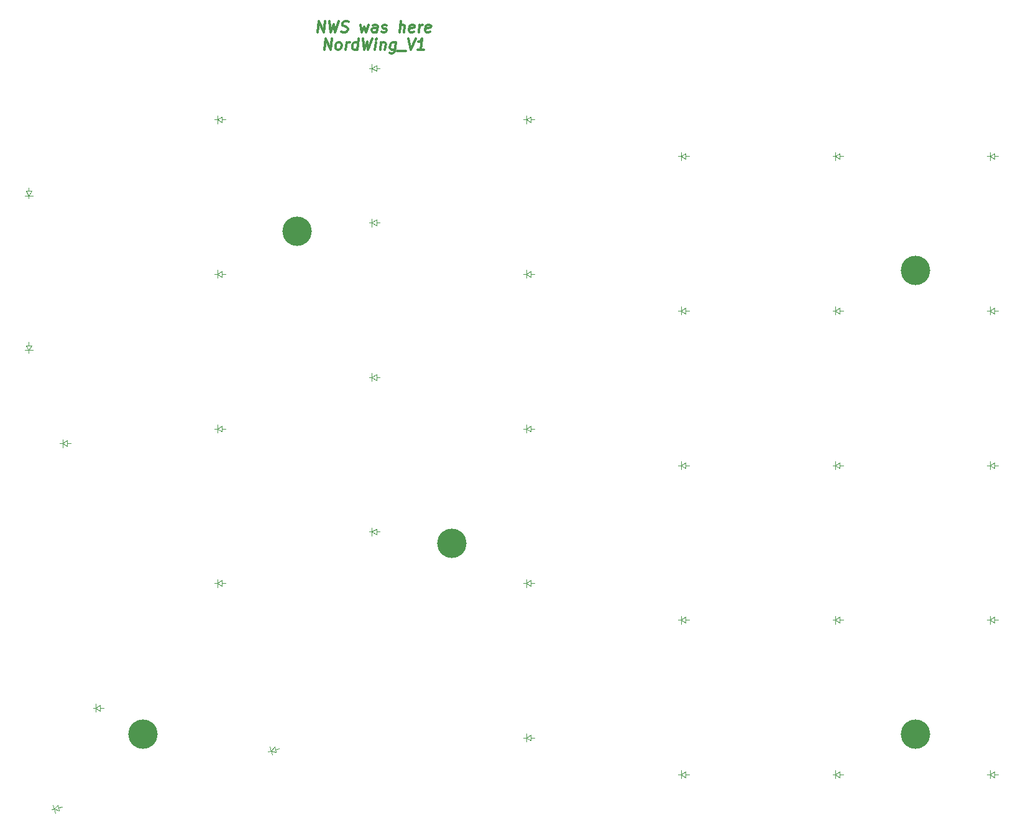
<source format=gbr>
%TF.GenerationSoftware,KiCad,Pcbnew,9.0.3-1.fc42*%
%TF.CreationDate,2025-08-09T15:11:44+02:00*%
%TF.ProjectId,right_traced,72696768-745f-4747-9261-6365642e6b69,v1.0.0*%
%TF.SameCoordinates,Original*%
%TF.FileFunction,Legend,Top*%
%TF.FilePolarity,Positive*%
%FSLAX46Y46*%
G04 Gerber Fmt 4.6, Leading zero omitted, Abs format (unit mm)*
G04 Created by KiCad (PCBNEW 9.0.3-1.fc42) date 2025-08-09 15:11:44*
%MOMM*%
%LPD*%
G01*
G04 APERTURE LIST*
%ADD10C,0.300000*%
%ADD11C,0.100000*%
%ADD12C,4.000000*%
G04 APERTURE END LIST*
D10*
X284348214Y-93885912D02*
X284535714Y-92385912D01*
X284535714Y-92385912D02*
X285205357Y-93885912D01*
X285205357Y-93885912D02*
X285392857Y-92385912D01*
X285964286Y-92385912D02*
X286133929Y-93885912D01*
X286133929Y-93885912D02*
X286553571Y-92814484D01*
X286553571Y-92814484D02*
X286705357Y-93885912D01*
X286705357Y-93885912D02*
X287250000Y-92385912D01*
X287571429Y-93814484D02*
X287776786Y-93885912D01*
X287776786Y-93885912D02*
X288133929Y-93885912D01*
X288133929Y-93885912D02*
X288285715Y-93814484D01*
X288285715Y-93814484D02*
X288366072Y-93743055D01*
X288366072Y-93743055D02*
X288455357Y-93600198D01*
X288455357Y-93600198D02*
X288473215Y-93457341D01*
X288473215Y-93457341D02*
X288419643Y-93314484D01*
X288419643Y-93314484D02*
X288357143Y-93243055D01*
X288357143Y-93243055D02*
X288223215Y-93171626D01*
X288223215Y-93171626D02*
X287946429Y-93100198D01*
X287946429Y-93100198D02*
X287812500Y-93028769D01*
X287812500Y-93028769D02*
X287750000Y-92957341D01*
X287750000Y-92957341D02*
X287696429Y-92814484D01*
X287696429Y-92814484D02*
X287714286Y-92671626D01*
X287714286Y-92671626D02*
X287803572Y-92528769D01*
X287803572Y-92528769D02*
X287883929Y-92457341D01*
X287883929Y-92457341D02*
X288035715Y-92385912D01*
X288035715Y-92385912D02*
X288392857Y-92385912D01*
X288392857Y-92385912D02*
X288598215Y-92457341D01*
X290187500Y-92885912D02*
X290348214Y-93885912D01*
X290348214Y-93885912D02*
X290723214Y-93171626D01*
X290723214Y-93171626D02*
X290919643Y-93885912D01*
X290919643Y-93885912D02*
X291330357Y-92885912D01*
X292419643Y-93885912D02*
X292517857Y-93100198D01*
X292517857Y-93100198D02*
X292464286Y-92957341D01*
X292464286Y-92957341D02*
X292330357Y-92885912D01*
X292330357Y-92885912D02*
X292044643Y-92885912D01*
X292044643Y-92885912D02*
X291892857Y-92957341D01*
X292428572Y-93814484D02*
X292276786Y-93885912D01*
X292276786Y-93885912D02*
X291919643Y-93885912D01*
X291919643Y-93885912D02*
X291785714Y-93814484D01*
X291785714Y-93814484D02*
X291732143Y-93671626D01*
X291732143Y-93671626D02*
X291750000Y-93528769D01*
X291750000Y-93528769D02*
X291839286Y-93385912D01*
X291839286Y-93385912D02*
X291991072Y-93314484D01*
X291991072Y-93314484D02*
X292348214Y-93314484D01*
X292348214Y-93314484D02*
X292500000Y-93243055D01*
X293071429Y-93814484D02*
X293205357Y-93885912D01*
X293205357Y-93885912D02*
X293491072Y-93885912D01*
X293491072Y-93885912D02*
X293642857Y-93814484D01*
X293642857Y-93814484D02*
X293732143Y-93671626D01*
X293732143Y-93671626D02*
X293741072Y-93600198D01*
X293741072Y-93600198D02*
X293687500Y-93457341D01*
X293687500Y-93457341D02*
X293553572Y-93385912D01*
X293553572Y-93385912D02*
X293339286Y-93385912D01*
X293339286Y-93385912D02*
X293205357Y-93314484D01*
X293205357Y-93314484D02*
X293151786Y-93171626D01*
X293151786Y-93171626D02*
X293160715Y-93100198D01*
X293160715Y-93100198D02*
X293250000Y-92957341D01*
X293250000Y-92957341D02*
X293401786Y-92885912D01*
X293401786Y-92885912D02*
X293616072Y-92885912D01*
X293616072Y-92885912D02*
X293750000Y-92957341D01*
X295491072Y-93885912D02*
X295678572Y-92385912D01*
X296133929Y-93885912D02*
X296232143Y-93100198D01*
X296232143Y-93100198D02*
X296178572Y-92957341D01*
X296178572Y-92957341D02*
X296044643Y-92885912D01*
X296044643Y-92885912D02*
X295830358Y-92885912D01*
X295830358Y-92885912D02*
X295678572Y-92957341D01*
X295678572Y-92957341D02*
X295598215Y-93028769D01*
X297428572Y-93814484D02*
X297276786Y-93885912D01*
X297276786Y-93885912D02*
X296991072Y-93885912D01*
X296991072Y-93885912D02*
X296857143Y-93814484D01*
X296857143Y-93814484D02*
X296803572Y-93671626D01*
X296803572Y-93671626D02*
X296875001Y-93100198D01*
X296875001Y-93100198D02*
X296964286Y-92957341D01*
X296964286Y-92957341D02*
X297116072Y-92885912D01*
X297116072Y-92885912D02*
X297401786Y-92885912D01*
X297401786Y-92885912D02*
X297535715Y-92957341D01*
X297535715Y-92957341D02*
X297589286Y-93100198D01*
X297589286Y-93100198D02*
X297571429Y-93243055D01*
X297571429Y-93243055D02*
X296839286Y-93385912D01*
X298133929Y-93885912D02*
X298258929Y-92885912D01*
X298223215Y-93171626D02*
X298312500Y-93028769D01*
X298312500Y-93028769D02*
X298392857Y-92957341D01*
X298392857Y-92957341D02*
X298544643Y-92885912D01*
X298544643Y-92885912D02*
X298687500Y-92885912D01*
X299642857Y-93814484D02*
X299491071Y-93885912D01*
X299491071Y-93885912D02*
X299205357Y-93885912D01*
X299205357Y-93885912D02*
X299071428Y-93814484D01*
X299071428Y-93814484D02*
X299017857Y-93671626D01*
X299017857Y-93671626D02*
X299089286Y-93100198D01*
X299089286Y-93100198D02*
X299178571Y-92957341D01*
X299178571Y-92957341D02*
X299330357Y-92885912D01*
X299330357Y-92885912D02*
X299616071Y-92885912D01*
X299616071Y-92885912D02*
X299750000Y-92957341D01*
X299750000Y-92957341D02*
X299803571Y-93100198D01*
X299803571Y-93100198D02*
X299785714Y-93243055D01*
X299785714Y-93243055D02*
X299053571Y-93385912D01*
X285241071Y-96300828D02*
X285428571Y-94800828D01*
X285428571Y-94800828D02*
X286098214Y-96300828D01*
X286098214Y-96300828D02*
X286285714Y-94800828D01*
X287026786Y-96300828D02*
X286892857Y-96229400D01*
X286892857Y-96229400D02*
X286830357Y-96157971D01*
X286830357Y-96157971D02*
X286776786Y-96015114D01*
X286776786Y-96015114D02*
X286830357Y-95586542D01*
X286830357Y-95586542D02*
X286919643Y-95443685D01*
X286919643Y-95443685D02*
X287000000Y-95372257D01*
X287000000Y-95372257D02*
X287151786Y-95300828D01*
X287151786Y-95300828D02*
X287366071Y-95300828D01*
X287366071Y-95300828D02*
X287500000Y-95372257D01*
X287500000Y-95372257D02*
X287562500Y-95443685D01*
X287562500Y-95443685D02*
X287616071Y-95586542D01*
X287616071Y-95586542D02*
X287562500Y-96015114D01*
X287562500Y-96015114D02*
X287473214Y-96157971D01*
X287473214Y-96157971D02*
X287392857Y-96229400D01*
X287392857Y-96229400D02*
X287241071Y-96300828D01*
X287241071Y-96300828D02*
X287026786Y-96300828D01*
X288169643Y-96300828D02*
X288294643Y-95300828D01*
X288258929Y-95586542D02*
X288348214Y-95443685D01*
X288348214Y-95443685D02*
X288428571Y-95372257D01*
X288428571Y-95372257D02*
X288580357Y-95300828D01*
X288580357Y-95300828D02*
X288723214Y-95300828D01*
X289741071Y-96300828D02*
X289928571Y-94800828D01*
X289750000Y-96229400D02*
X289598214Y-96300828D01*
X289598214Y-96300828D02*
X289312500Y-96300828D01*
X289312500Y-96300828D02*
X289178571Y-96229400D01*
X289178571Y-96229400D02*
X289116071Y-96157971D01*
X289116071Y-96157971D02*
X289062500Y-96015114D01*
X289062500Y-96015114D02*
X289116071Y-95586542D01*
X289116071Y-95586542D02*
X289205357Y-95443685D01*
X289205357Y-95443685D02*
X289285714Y-95372257D01*
X289285714Y-95372257D02*
X289437500Y-95300828D01*
X289437500Y-95300828D02*
X289723214Y-95300828D01*
X289723214Y-95300828D02*
X289857142Y-95372257D01*
X290500000Y-94800828D02*
X290669643Y-96300828D01*
X290669643Y-96300828D02*
X291089285Y-95229400D01*
X291089285Y-95229400D02*
X291241071Y-96300828D01*
X291241071Y-96300828D02*
X291785714Y-94800828D01*
X292169643Y-96300828D02*
X292294643Y-95300828D01*
X292357143Y-94800828D02*
X292276786Y-94872257D01*
X292276786Y-94872257D02*
X292339286Y-94943685D01*
X292339286Y-94943685D02*
X292419643Y-94872257D01*
X292419643Y-94872257D02*
X292357143Y-94800828D01*
X292357143Y-94800828D02*
X292339286Y-94943685D01*
X293008929Y-95300828D02*
X292883929Y-96300828D01*
X292991072Y-95443685D02*
X293071429Y-95372257D01*
X293071429Y-95372257D02*
X293223215Y-95300828D01*
X293223215Y-95300828D02*
X293437500Y-95300828D01*
X293437500Y-95300828D02*
X293571429Y-95372257D01*
X293571429Y-95372257D02*
X293625000Y-95515114D01*
X293625000Y-95515114D02*
X293526786Y-96300828D01*
X295008929Y-95300828D02*
X294857143Y-96515114D01*
X294857143Y-96515114D02*
X294767858Y-96657971D01*
X294767858Y-96657971D02*
X294687500Y-96729400D01*
X294687500Y-96729400D02*
X294535715Y-96800828D01*
X294535715Y-96800828D02*
X294321429Y-96800828D01*
X294321429Y-96800828D02*
X294187500Y-96729400D01*
X294892858Y-96229400D02*
X294741072Y-96300828D01*
X294741072Y-96300828D02*
X294455358Y-96300828D01*
X294455358Y-96300828D02*
X294321429Y-96229400D01*
X294321429Y-96229400D02*
X294258929Y-96157971D01*
X294258929Y-96157971D02*
X294205358Y-96015114D01*
X294205358Y-96015114D02*
X294258929Y-95586542D01*
X294258929Y-95586542D02*
X294348215Y-95443685D01*
X294348215Y-95443685D02*
X294428572Y-95372257D01*
X294428572Y-95372257D02*
X294580358Y-95300828D01*
X294580358Y-95300828D02*
X294866072Y-95300828D01*
X294866072Y-95300828D02*
X295000000Y-95372257D01*
X295223215Y-96443685D02*
X296366072Y-96443685D01*
X296714286Y-94800828D02*
X297026786Y-96300828D01*
X297026786Y-96300828D02*
X297714286Y-94800828D01*
X298812500Y-96300828D02*
X297955357Y-96300828D01*
X298383929Y-96300828D02*
X298571429Y-94800828D01*
X298571429Y-94800828D02*
X298401786Y-95015114D01*
X298401786Y-95015114D02*
X298241072Y-95157971D01*
X298241072Y-95157971D02*
X298089286Y-95229400D01*
D11*
%TO.C,D26*%
X375550000Y-152900000D02*
X375950000Y-152900000D01*
X375950000Y-152900000D02*
X375950000Y-152350000D01*
X375950000Y-152900000D02*
X375950000Y-153450000D01*
X375950000Y-152900000D02*
X376550000Y-152500000D01*
X376550000Y-152500000D02*
X376550000Y-153300000D01*
X376550000Y-152900000D02*
X377050000Y-152900000D01*
X376550000Y-153300000D02*
X375950000Y-152900000D01*
%TO.C,D27*%
X375550000Y-131850000D02*
X375950000Y-131850000D01*
X375950000Y-131850000D02*
X375950000Y-131300000D01*
X375950000Y-131850000D02*
X375950000Y-132400000D01*
X375950000Y-131850000D02*
X376550000Y-131450000D01*
X376550000Y-131450000D02*
X376550000Y-132250000D01*
X376550000Y-131850000D02*
X377050000Y-131850000D01*
X376550000Y-132250000D02*
X375950000Y-131850000D01*
%TO.C,D29*%
X248076461Y-199794485D02*
X248462831Y-199690958D01*
X248462831Y-199690958D02*
X248320480Y-199159697D01*
X248462831Y-199690958D02*
X248605181Y-200222217D01*
X248462831Y-199690958D02*
X248938859Y-199149296D01*
X248938859Y-199149296D02*
X249145914Y-199922037D01*
X249042386Y-199535666D02*
X249525349Y-199406257D01*
X249145914Y-199922037D02*
X248462831Y-199690958D01*
%TO.C,D23*%
X354500000Y-110800000D02*
X354900000Y-110800000D01*
X354900000Y-110800000D02*
X354900000Y-110250000D01*
X354900000Y-110800000D02*
X354900000Y-111350000D01*
X354900000Y-110800000D02*
X355500000Y-110400000D01*
X355500000Y-110400000D02*
X355500000Y-111200000D01*
X355500000Y-110800000D02*
X356000000Y-110800000D01*
X355500000Y-111200000D02*
X354900000Y-110800000D01*
%TO.C,D4*%
X270300000Y-105800000D02*
X270700000Y-105800000D01*
X270700000Y-105800000D02*
X270700000Y-105250000D01*
X270700000Y-105800000D02*
X270700000Y-106350000D01*
X270700000Y-105800000D02*
X271300000Y-105400000D01*
X271300000Y-105400000D02*
X271300000Y-106200000D01*
X271300000Y-105800000D02*
X271800000Y-105800000D01*
X271300000Y-106200000D02*
X270700000Y-105800000D01*
%TO.C,D1*%
X270300000Y-168950000D02*
X270700000Y-168950000D01*
X270700000Y-168950000D02*
X270700000Y-168400000D01*
X270700000Y-168950000D02*
X270700000Y-169500000D01*
X270700000Y-168950000D02*
X271300000Y-168550000D01*
X271300000Y-168550000D02*
X271300000Y-169350000D01*
X271300000Y-168950000D02*
X271800000Y-168950000D01*
X271300000Y-169350000D02*
X270700000Y-168950000D01*
%TO.C,D19*%
X354500000Y-195000000D02*
X354900000Y-195000000D01*
X354900000Y-195000000D02*
X354900000Y-194450000D01*
X354900000Y-195000000D02*
X354900000Y-195550000D01*
X354900000Y-195000000D02*
X355500000Y-194600000D01*
X355500000Y-194600000D02*
X355500000Y-195400000D01*
X355500000Y-195000000D02*
X356000000Y-195000000D01*
X355500000Y-195400000D02*
X354900000Y-195000000D01*
%TO.C,D11*%
X312400000Y-147900000D02*
X312800000Y-147900000D01*
X312800000Y-147900000D02*
X312800000Y-147350000D01*
X312800000Y-147900000D02*
X312800000Y-148450000D01*
X312800000Y-147900000D02*
X313400000Y-147500000D01*
X313400000Y-147500000D02*
X313400000Y-148300000D01*
X313400000Y-147900000D02*
X313900000Y-147900000D01*
X313400000Y-148300000D02*
X312800000Y-147900000D01*
%TO.C,D32*%
X244600000Y-115550000D02*
X245400000Y-115550000D01*
X245000000Y-115550000D02*
X245000000Y-115050000D01*
X245000000Y-116150000D02*
X244450000Y-116150000D01*
X245000000Y-116150000D02*
X244600000Y-115550000D01*
X245000000Y-116150000D02*
X245550000Y-116150000D01*
X245000000Y-116550000D02*
X245000000Y-116150000D01*
X245400000Y-115550000D02*
X245000000Y-116150000D01*
%TO.C,D5*%
X291350000Y-161950000D02*
X291750000Y-161950000D01*
X291750000Y-161950000D02*
X291750000Y-161400000D01*
X291750000Y-161950000D02*
X291750000Y-162500000D01*
X291750000Y-161950000D02*
X292350000Y-161550000D01*
X292350000Y-161550000D02*
X292350000Y-162350000D01*
X292350000Y-161950000D02*
X292850000Y-161950000D01*
X292350000Y-162350000D02*
X291750000Y-161950000D01*
%TO.C,D8*%
X291350000Y-98800000D02*
X291750000Y-98800000D01*
X291750000Y-98800000D02*
X291750000Y-98250000D01*
X291750000Y-98800000D02*
X291750000Y-99350000D01*
X291750000Y-98800000D02*
X292350000Y-98400000D01*
X292350000Y-98400000D02*
X292350000Y-99200000D01*
X292350000Y-98800000D02*
X292850000Y-98800000D01*
X292350000Y-99200000D02*
X291750000Y-98800000D01*
%TO.C,D28*%
X375550000Y-110800000D02*
X375950000Y-110800000D01*
X375950000Y-110800000D02*
X375950000Y-110250000D01*
X375950000Y-110800000D02*
X375950000Y-111350000D01*
X375950000Y-110800000D02*
X376550000Y-110400000D01*
X376550000Y-110400000D02*
X376550000Y-111200000D01*
X376550000Y-110800000D02*
X377050000Y-110800000D01*
X376550000Y-111200000D02*
X375950000Y-110800000D01*
%TO.C,D13*%
X312400000Y-105800000D02*
X312800000Y-105800000D01*
X312800000Y-105800000D02*
X312800000Y-105250000D01*
X312800000Y-105800000D02*
X312800000Y-106350000D01*
X312800000Y-105800000D02*
X313400000Y-105400000D01*
X313400000Y-105400000D02*
X313400000Y-106200000D01*
X313400000Y-105800000D02*
X313900000Y-105800000D01*
X313400000Y-106200000D02*
X312800000Y-105800000D01*
%TO.C,D3*%
X270300000Y-126850000D02*
X270700000Y-126850000D01*
X270700000Y-126850000D02*
X270700000Y-126300000D01*
X270700000Y-126850000D02*
X270700000Y-127400000D01*
X270700000Y-126850000D02*
X271300000Y-126450000D01*
X271300000Y-126450000D02*
X271300000Y-127250000D01*
X271300000Y-126850000D02*
X271800000Y-126850000D01*
X271300000Y-127250000D02*
X270700000Y-126850000D01*
%TO.C,D18*%
X333450000Y-110800000D02*
X333850000Y-110800000D01*
X333850000Y-110800000D02*
X333850000Y-110250000D01*
X333850000Y-110800000D02*
X333850000Y-111350000D01*
X333850000Y-110800000D02*
X334450000Y-110400000D01*
X334450000Y-110400000D02*
X334450000Y-111200000D01*
X334450000Y-110800000D02*
X334950000Y-110800000D01*
X334450000Y-111200000D02*
X333850000Y-110800000D01*
%TO.C,D7*%
X291350000Y-119850000D02*
X291750000Y-119850000D01*
X291750000Y-119850000D02*
X291750000Y-119300000D01*
X291750000Y-119850000D02*
X291750000Y-120400000D01*
X291750000Y-119850000D02*
X292350000Y-119450000D01*
X292350000Y-119450000D02*
X292350000Y-120250000D01*
X292350000Y-119850000D02*
X292850000Y-119850000D01*
X292350000Y-120250000D02*
X291750000Y-119850000D01*
%TO.C,D21*%
X354500000Y-152900000D02*
X354900000Y-152900000D01*
X354900000Y-152900000D02*
X354900000Y-152350000D01*
X354900000Y-152900000D02*
X354900000Y-153450000D01*
X354900000Y-152900000D02*
X355500000Y-152500000D01*
X355500000Y-152500000D02*
X355500000Y-153300000D01*
X355500000Y-152900000D02*
X356000000Y-152900000D01*
X355500000Y-153300000D02*
X354900000Y-152900000D01*
%TO.C,D9*%
X312400000Y-190000000D02*
X312800000Y-190000000D01*
X312800000Y-190000000D02*
X312800000Y-189450000D01*
X312800000Y-190000000D02*
X312800000Y-190550000D01*
X312800000Y-190000000D02*
X313400000Y-189600000D01*
X313400000Y-189600000D02*
X313400000Y-190400000D01*
X313400000Y-190000000D02*
X313900000Y-190000000D01*
X313400000Y-190400000D02*
X312800000Y-190000000D01*
%TO.C,D16*%
X333450000Y-152900000D02*
X333850000Y-152900000D01*
X333850000Y-152900000D02*
X333850000Y-152350000D01*
X333850000Y-152900000D02*
X333850000Y-153450000D01*
X333850000Y-152900000D02*
X334450000Y-152500000D01*
X334450000Y-152500000D02*
X334450000Y-153300000D01*
X334450000Y-152900000D02*
X334950000Y-152900000D01*
X334450000Y-153300000D02*
X333850000Y-152900000D01*
%TO.C,D25*%
X375550000Y-173950000D02*
X375950000Y-173950000D01*
X375950000Y-173950000D02*
X375950000Y-173400000D01*
X375950000Y-173950000D02*
X375950000Y-174500000D01*
X375950000Y-173950000D02*
X376550000Y-173550000D01*
X376550000Y-173550000D02*
X376550000Y-174350000D01*
X376550000Y-173950000D02*
X377050000Y-173950000D01*
X376550000Y-174350000D02*
X375950000Y-173950000D01*
%TO.C,D31*%
X244600000Y-136600000D02*
X245400000Y-136600000D01*
X245000000Y-136600000D02*
X245000000Y-136100000D01*
X245000000Y-137200000D02*
X244450000Y-137200000D01*
X245000000Y-137200000D02*
X244600000Y-136600000D01*
X245000000Y-137200000D02*
X245550000Y-137200000D01*
X245000000Y-137600000D02*
X245000000Y-137200000D01*
X245400000Y-136600000D02*
X245000000Y-137200000D01*
%TO.C,D15*%
X333450000Y-173950000D02*
X333850000Y-173950000D01*
X333850000Y-173950000D02*
X333850000Y-173400000D01*
X333850000Y-173950000D02*
X333850000Y-174500000D01*
X333850000Y-173950000D02*
X334450000Y-173550000D01*
X334450000Y-173550000D02*
X334450000Y-174350000D01*
X334450000Y-173950000D02*
X334950000Y-173950000D01*
X334450000Y-174350000D02*
X333850000Y-173950000D01*
%TO.C,D10*%
X312400000Y-168950000D02*
X312800000Y-168950000D01*
X312800000Y-168950000D02*
X312800000Y-168400000D01*
X312800000Y-168950000D02*
X312800000Y-169500000D01*
X312800000Y-168950000D02*
X313400000Y-168550000D01*
X313400000Y-168550000D02*
X313400000Y-169350000D01*
X313400000Y-168950000D02*
X313900000Y-168950000D01*
X313400000Y-169350000D02*
X312800000Y-168950000D01*
%TO.C,D12*%
X312400000Y-126850000D02*
X312800000Y-126850000D01*
X312800000Y-126850000D02*
X312800000Y-126300000D01*
X312800000Y-126850000D02*
X312800000Y-127400000D01*
X312800000Y-126850000D02*
X313400000Y-126450000D01*
X313400000Y-126450000D02*
X313400000Y-127250000D01*
X313400000Y-126850000D02*
X313900000Y-126850000D01*
X313400000Y-127250000D02*
X312800000Y-126850000D01*
%TO.C,D33*%
X249250000Y-149900000D02*
X249650000Y-149900000D01*
X249650000Y-149900000D02*
X249650000Y-149350000D01*
X249650000Y-149900000D02*
X249650000Y-150450000D01*
X249650000Y-149900000D02*
X250250000Y-149500000D01*
X250250000Y-149500000D02*
X250250000Y-150300000D01*
X250250000Y-149900000D02*
X250750000Y-149900000D01*
X250250000Y-150300000D02*
X249650000Y-149900000D01*
%TO.C,D34*%
X253750000Y-185950000D02*
X254150000Y-185950000D01*
X254150000Y-185950000D02*
X254150000Y-185400000D01*
X254150000Y-185950000D02*
X254150000Y-186500000D01*
X254150000Y-185950000D02*
X254750000Y-185550000D01*
X254750000Y-185550000D02*
X254750000Y-186350000D01*
X254750000Y-185950000D02*
X255250000Y-185950000D01*
X254750000Y-186350000D02*
X254150000Y-185950000D01*
%TO.C,D6*%
X291350000Y-140900000D02*
X291750000Y-140900000D01*
X291750000Y-140900000D02*
X291750000Y-140350000D01*
X291750000Y-140900000D02*
X291750000Y-141450000D01*
X291750000Y-140900000D02*
X292350000Y-140500000D01*
X292350000Y-140500000D02*
X292350000Y-141300000D01*
X292350000Y-140900000D02*
X292850000Y-140900000D01*
X292350000Y-141300000D02*
X291750000Y-140900000D01*
%TO.C,D30*%
X277609643Y-191881093D02*
X277996013Y-191777566D01*
X277996013Y-191777566D02*
X277853662Y-191246305D01*
X277996013Y-191777566D02*
X278138363Y-192308825D01*
X277996013Y-191777566D02*
X278472041Y-191235904D01*
X278472041Y-191235904D02*
X278679096Y-192008645D01*
X278575568Y-191622274D02*
X279058531Y-191492865D01*
X278679096Y-192008645D02*
X277996013Y-191777566D01*
%TO.C,D14*%
X333450000Y-195000000D02*
X333850000Y-195000000D01*
X333850000Y-195000000D02*
X333850000Y-194450000D01*
X333850000Y-195000000D02*
X333850000Y-195550000D01*
X333850000Y-195000000D02*
X334450000Y-194600000D01*
X334450000Y-194600000D02*
X334450000Y-195400000D01*
X334450000Y-195000000D02*
X334950000Y-195000000D01*
X334450000Y-195400000D02*
X333850000Y-195000000D01*
%TO.C,D2*%
X270300000Y-147900000D02*
X270700000Y-147900000D01*
X270700000Y-147900000D02*
X270700000Y-147350000D01*
X270700000Y-147900000D02*
X270700000Y-148450000D01*
X270700000Y-147900000D02*
X271300000Y-147500000D01*
X271300000Y-147500000D02*
X271300000Y-148300000D01*
X271300000Y-147900000D02*
X271800000Y-147900000D01*
X271300000Y-148300000D02*
X270700000Y-147900000D01*
%TO.C,D22*%
X354500000Y-131850000D02*
X354900000Y-131850000D01*
X354900000Y-131850000D02*
X354900000Y-131300000D01*
X354900000Y-131850000D02*
X354900000Y-132400000D01*
X354900000Y-131850000D02*
X355500000Y-131450000D01*
X355500000Y-131450000D02*
X355500000Y-132250000D01*
X355500000Y-131850000D02*
X356000000Y-131850000D01*
X355500000Y-132250000D02*
X354900000Y-131850000D01*
%TO.C,D20*%
X354500000Y-173950000D02*
X354900000Y-173950000D01*
X354900000Y-173950000D02*
X354900000Y-173400000D01*
X354900000Y-173950000D02*
X354900000Y-174500000D01*
X354900000Y-173950000D02*
X355500000Y-173550000D01*
X355500000Y-173550000D02*
X355500000Y-174350000D01*
X355500000Y-173950000D02*
X356000000Y-173950000D01*
X355500000Y-174350000D02*
X354900000Y-173950000D01*
%TO.C,D24*%
X375550000Y-195000000D02*
X375950000Y-195000000D01*
X375950000Y-195000000D02*
X375950000Y-194450000D01*
X375950000Y-195000000D02*
X375950000Y-195550000D01*
X375950000Y-195000000D02*
X376550000Y-194600000D01*
X376550000Y-194600000D02*
X376550000Y-195400000D01*
X376550000Y-195000000D02*
X377050000Y-195000000D01*
X376550000Y-195400000D02*
X375950000Y-195000000D01*
%TO.C,D17*%
X333450000Y-131850000D02*
X333850000Y-131850000D01*
X333850000Y-131850000D02*
X333850000Y-131300000D01*
X333850000Y-131850000D02*
X333850000Y-132400000D01*
X333850000Y-131850000D02*
X334450000Y-131450000D01*
X334450000Y-131450000D02*
X334450000Y-132250000D01*
X334450000Y-131850000D02*
X334950000Y-131850000D01*
X334450000Y-132250000D02*
X333850000Y-131850000D01*
%TD*%
D12*
%TO.C,*%
X365775000Y-126325000D03*
%TD*%
%TO.C,*%
X260525000Y-189475000D03*
%TD*%
%TO.C,*%
X302625000Y-163500000D03*
%TD*%
%TO.C,*%
X365775000Y-189475000D03*
%TD*%
%TO.C,*%
X281575000Y-121000000D03*
%TD*%
M02*

</source>
